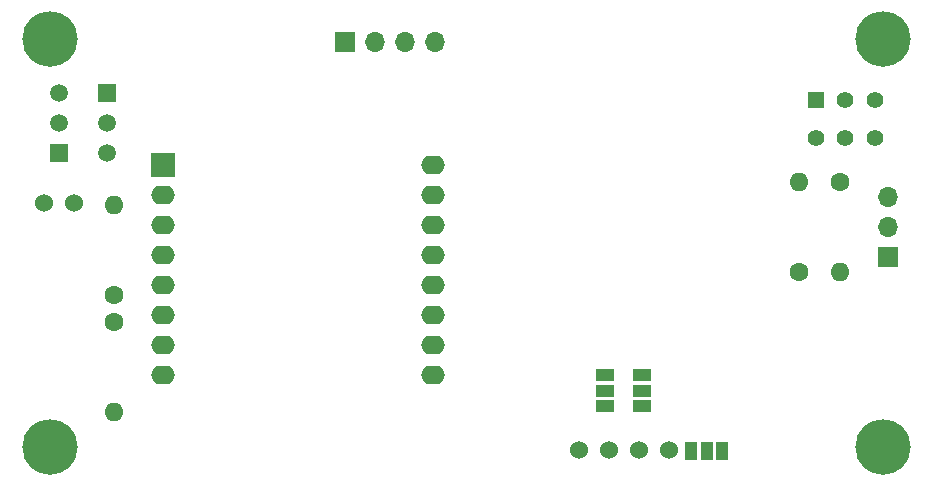
<source format=gbs>
G04 #@! TF.GenerationSoftware,KiCad,Pcbnew,6.0.2+dfsg-1*
G04 #@! TF.CreationDate,2023-06-09T11:08:57-07:00*
G04 #@! TF.ProjectId,DNS-DriveBy,444e532d-4472-4697-9665-42792e6b6963,rev?*
G04 #@! TF.SameCoordinates,Original*
G04 #@! TF.FileFunction,Soldermask,Bot*
G04 #@! TF.FilePolarity,Negative*
%FSLAX46Y46*%
G04 Gerber Fmt 4.6, Leading zero omitted, Abs format (unit mm)*
G04 Created by KiCad (PCBNEW 6.0.2+dfsg-1) date 2023-06-09 11:08:57*
%MOMM*%
%LPD*%
G01*
G04 APERTURE LIST*
%ADD10R,1.000000X1.500000*%
%ADD11C,4.700000*%
%ADD12C,1.600000*%
%ADD13O,1.600000X1.600000*%
%ADD14R,1.500000X1.500000*%
%ADD15C,1.500000*%
%ADD16R,1.700000X1.700000*%
%ADD17O,1.700000X1.700000*%
%ADD18C,1.524000*%
%ADD19R,2.000000X2.000000*%
%ADD20O,2.000000X1.600000*%
%ADD21R,1.400000X1.400000*%
%ADD22C,1.400000*%
%ADD23R,1.500000X1.000000*%
G04 APERTURE END LIST*
D10*
X60400000Y-38350000D03*
X59100000Y-38350000D03*
X57800000Y-38350000D03*
D11*
X3500000Y-3500000D03*
D12*
X8890000Y-25146000D03*
D13*
X8890000Y-17526000D03*
D14*
X4260000Y-13167200D03*
D15*
X4260000Y-10627200D03*
X4260000Y-8087200D03*
D12*
X70379000Y-15575000D03*
D13*
X70379000Y-23195000D03*
D16*
X28500000Y-3750000D03*
D17*
X31040000Y-3750000D03*
X33580000Y-3750000D03*
X36120000Y-3750000D03*
D18*
X48260000Y-38301200D03*
X50800000Y-38301200D03*
X53340000Y-38301200D03*
X55880000Y-38301200D03*
D19*
X13081000Y-14173200D03*
D20*
X13081000Y-16713200D03*
X13081000Y-19253200D03*
X13081000Y-21793200D03*
X13081000Y-24333200D03*
X13081000Y-26873200D03*
X13081000Y-29413200D03*
X13081000Y-31953200D03*
X35941000Y-31953200D03*
X35941000Y-29413200D03*
X35941000Y-26873200D03*
X35941000Y-24333200D03*
X35941000Y-21793200D03*
X35941000Y-19253200D03*
X35941000Y-16713200D03*
X35941000Y-14173200D03*
D11*
X74000000Y-3500000D03*
D16*
X74479000Y-21975000D03*
D17*
X74479000Y-19435000D03*
X74479000Y-16895000D03*
D21*
X68331500Y-8607800D03*
D22*
X70831500Y-8607800D03*
X73331500Y-8607800D03*
X68331500Y-11907800D03*
X70831500Y-11907800D03*
X73331500Y-11907800D03*
D12*
X66950000Y-23195000D03*
D13*
X66950000Y-15575000D03*
D12*
X8890000Y-27432000D03*
D13*
X8890000Y-35052000D03*
D18*
X5570000Y-17410400D03*
X3030000Y-17410400D03*
D14*
X8287600Y-8067200D03*
D15*
X8287600Y-10607200D03*
X8287600Y-13147200D03*
D11*
X74000000Y-38000000D03*
X3500000Y-38000000D03*
D23*
X50507500Y-33250000D03*
X50507500Y-31950000D03*
X50507500Y-34550000D03*
X53657500Y-31950000D03*
X53657500Y-33250000D03*
X53657500Y-34550000D03*
M02*

</source>
